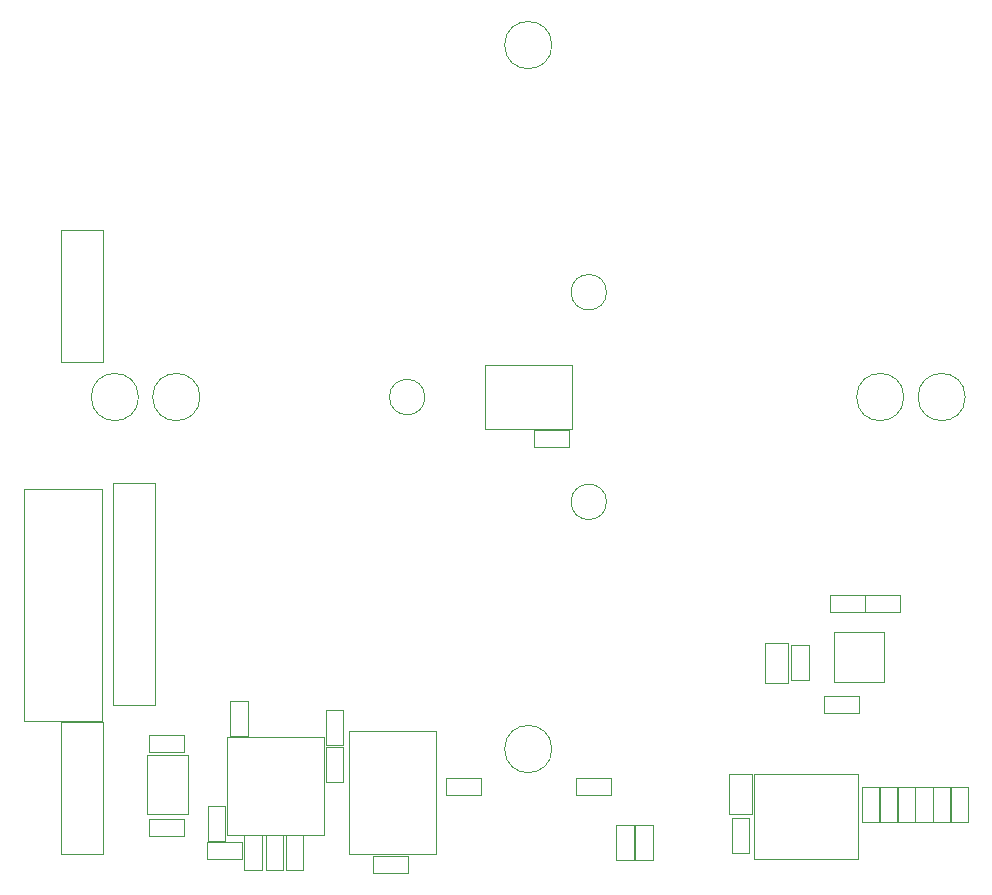
<source format=gbr>
%TF.GenerationSoftware,KiCad,Pcbnew,(6.0.5)*%
%TF.CreationDate,2023-11-29T10:13:34+07:00*%
%TF.ProjectId,view_base,76696577-5f62-4617-9365-2e6b69636164,rev?*%
%TF.SameCoordinates,Original*%
%TF.FileFunction,Other,User*%
%FSLAX46Y46*%
G04 Gerber Fmt 4.6, Leading zero omitted, Abs format (unit mm)*
G04 Created by KiCad (PCBNEW (6.0.5)) date 2023-11-29 10:13:34*
%MOMM*%
%LPD*%
G01*
G04 APERTURE LIST*
%ADD10C,0.050000*%
G04 APERTURE END LIST*
D10*
%TO.C,H3*%
X106625400Y-91122500D02*
G75*
G03*
X106625400Y-91122500I-1500000J0D01*
G01*
%TO.C,H1*%
X106625400Y-108877500D02*
G75*
G03*
X106625400Y-108877500I-1500000J0D01*
G01*
%TO.C,H2*%
X91249100Y-100000000D02*
G75*
G03*
X91249100Y-100000000I-1500000J0D01*
G01*
%TO.C,H4*%
X102000000Y-129800000D02*
G75*
G03*
X102000000Y-129800000I-2000000J0D01*
G01*
%TO.C,H5*%
X72200000Y-100000000D02*
G75*
G03*
X72200000Y-100000000I-2000000J0D01*
G01*
%TO.C,H6*%
X102000000Y-70200000D02*
G75*
G03*
X102000000Y-70200000I-2000000J0D01*
G01*
%TO.C,H7*%
X131800000Y-100000000D02*
G75*
G03*
X131800000Y-100000000I-2000000J0D01*
G01*
%TO.C,R1*%
X95980000Y-133730000D02*
X93020000Y-133730000D01*
X93020000Y-133730000D02*
X93020000Y-132270000D01*
X95980000Y-132270000D02*
X95980000Y-133730000D01*
X93020000Y-132270000D02*
X95980000Y-132270000D01*
%TO.C,R2*%
X106980000Y-133730000D02*
X104020000Y-133730000D01*
X106980000Y-132270000D02*
X106980000Y-133730000D01*
X104020000Y-133730000D02*
X104020000Y-132270000D01*
X104020000Y-132270000D02*
X106980000Y-132270000D01*
%TO.C,U2*%
X74460000Y-137040000D02*
X74460000Y-128810000D01*
X82690000Y-128810000D02*
X74460000Y-128810000D01*
X82690000Y-137040000D02*
X74460000Y-137040000D01*
X82690000Y-137040000D02*
X82690000Y-128810000D01*
%TO.C,C11*%
X89780000Y-138870000D02*
X89780000Y-140330000D01*
X89780000Y-140330000D02*
X86820000Y-140330000D01*
X86820000Y-138870000D02*
X89780000Y-138870000D01*
X86820000Y-140330000D02*
X86820000Y-138870000D01*
%TO.C,C13*%
X120020000Y-124200000D02*
X120020000Y-120800000D01*
X121980000Y-124200000D02*
X120020000Y-124200000D01*
X121980000Y-120800000D02*
X121980000Y-124200000D01*
X120020000Y-120800000D02*
X121980000Y-120800000D01*
%TO.C,C14*%
X122270000Y-121020000D02*
X123730000Y-121020000D01*
X123730000Y-123980000D02*
X122270000Y-123980000D01*
X122270000Y-123980000D02*
X122270000Y-121020000D01*
X123730000Y-121020000D02*
X123730000Y-123980000D01*
%TO.C,C15*%
X125020000Y-125270000D02*
X127980000Y-125270000D01*
X127980000Y-125270000D02*
X127980000Y-126730000D01*
X125020000Y-126730000D02*
X125020000Y-125270000D01*
X127980000Y-126730000D02*
X125020000Y-126730000D01*
%TO.C,C17*%
X128520000Y-116770000D02*
X131480000Y-116770000D01*
X131480000Y-118230000D02*
X128520000Y-118230000D01*
X131480000Y-116770000D02*
X131480000Y-118230000D01*
X128520000Y-118230000D02*
X128520000Y-116770000D01*
%TO.C,U6*%
X119100000Y-131900000D02*
X119100000Y-139100000D01*
X127900000Y-139100000D02*
X127900000Y-131900000D01*
X119100000Y-139100000D02*
X127900000Y-139100000D01*
X127900000Y-131900000D02*
X119100000Y-131900000D01*
%TO.C,U3*%
X92200000Y-138700000D02*
X92200000Y-128300000D01*
X84800000Y-128300000D02*
X84800000Y-138700000D01*
X92200000Y-128300000D02*
X84800000Y-128300000D01*
X84800000Y-138700000D02*
X92200000Y-138700000D01*
%TO.C,U5*%
X130120000Y-119880000D02*
X125880000Y-119880000D01*
X125880000Y-119880000D02*
X125880000Y-124120000D01*
X130120000Y-124120000D02*
X130120000Y-119880000D01*
X125880000Y-124120000D02*
X130120000Y-124120000D01*
%TO.C,C21*%
X128480000Y-116770000D02*
X128480000Y-118230000D01*
X128480000Y-118230000D02*
X125520000Y-118230000D01*
X125520000Y-118230000D02*
X125520000Y-116770000D01*
X125520000Y-116770000D02*
X128480000Y-116770000D01*
%TO.C,U1*%
X103700000Y-102700000D02*
X103700000Y-97300000D01*
X96300000Y-102700000D02*
X103700000Y-102700000D01*
X103700000Y-97300000D02*
X96300000Y-97300000D01*
X96300000Y-97300000D02*
X96300000Y-102700000D01*
%TO.C,C20*%
X100520000Y-102770000D02*
X103480000Y-102770000D01*
X100520000Y-104230000D02*
X100520000Y-102770000D01*
X103480000Y-104230000D02*
X100520000Y-104230000D01*
X103480000Y-102770000D02*
X103480000Y-104230000D01*
%TO.C,R7*%
X128270000Y-135980000D02*
X128270000Y-133020000D01*
X129730000Y-135980000D02*
X128270000Y-135980000D01*
X128270000Y-133020000D02*
X129730000Y-133020000D01*
X129730000Y-133020000D02*
X129730000Y-135980000D01*
%TO.C,R8*%
X131230000Y-133020000D02*
X131230000Y-135980000D01*
X129770000Y-133020000D02*
X131230000Y-133020000D01*
X129770000Y-135980000D02*
X129770000Y-133020000D01*
X131230000Y-135980000D02*
X129770000Y-135980000D01*
%TO.C,R12*%
X135770000Y-135980000D02*
X135770000Y-133020000D01*
X137230000Y-135980000D02*
X135770000Y-135980000D01*
X137230000Y-133020000D02*
X137230000Y-135980000D01*
X135770000Y-133020000D02*
X137230000Y-133020000D01*
%TO.C,R9*%
X131270000Y-133020000D02*
X132730000Y-133020000D01*
X132730000Y-133020000D02*
X132730000Y-135980000D01*
X132730000Y-135980000D02*
X131270000Y-135980000D01*
X131270000Y-135980000D02*
X131270000Y-133020000D01*
%TO.C,R10*%
X132770000Y-133020000D02*
X134230000Y-133020000D01*
X132770000Y-135980000D02*
X132770000Y-133020000D01*
X134230000Y-133020000D02*
X134230000Y-135980000D01*
X134230000Y-135980000D02*
X132770000Y-135980000D01*
%TO.C,R11*%
X135730000Y-133020000D02*
X135730000Y-135980000D01*
X135730000Y-135980000D02*
X134270000Y-135980000D01*
X134270000Y-135980000D02*
X134270000Y-133020000D01*
X134270000Y-133020000D02*
X135730000Y-133020000D01*
%TO.C,C10*%
X118980000Y-135300000D02*
X117020000Y-135300000D01*
X117020000Y-135300000D02*
X117020000Y-131900000D01*
X117020000Y-131900000D02*
X118980000Y-131900000D01*
X118980000Y-131900000D02*
X118980000Y-135300000D01*
%TO.C,C9*%
X117270000Y-135620000D02*
X118730000Y-135620000D01*
X118730000Y-135620000D02*
X118730000Y-138580000D01*
X117270000Y-138580000D02*
X117270000Y-135620000D01*
X118730000Y-138580000D02*
X117270000Y-138580000D01*
%TO.C,H8*%
X137000000Y-100000000D02*
G75*
G03*
X137000000Y-100000000I-2000000J0D01*
G01*
%TO.C,H9*%
X67000000Y-100000000D02*
G75*
G03*
X67000000Y-100000000I-2000000J0D01*
G01*
%TO.C,R3*%
X67917500Y-135695000D02*
X70877500Y-135695000D01*
X70877500Y-137155000D02*
X67917500Y-137155000D01*
X67917500Y-137155000D02*
X67917500Y-135695000D01*
X70877500Y-135695000D02*
X70877500Y-137155000D01*
%TO.C,J6*%
X68400000Y-107240000D02*
X64800000Y-107240000D01*
X64800000Y-126090000D02*
X68400000Y-126090000D01*
X68400000Y-126090000D02*
X68400000Y-107240000D01*
X64800000Y-107240000D02*
X64800000Y-126090000D01*
%TO.C,C1*%
X72870000Y-137580000D02*
X72870000Y-134620000D01*
X74330000Y-134620000D02*
X74330000Y-137580000D01*
X72870000Y-134620000D02*
X74330000Y-134620000D01*
X74330000Y-137580000D02*
X72870000Y-137580000D01*
%TO.C,C4*%
X75780000Y-139130000D02*
X72820000Y-139130000D01*
X72820000Y-139130000D02*
X72820000Y-137670000D01*
X75780000Y-137670000D02*
X75780000Y-139130000D01*
X72820000Y-137670000D02*
X75780000Y-137670000D01*
%TO.C,C2*%
X76230000Y-125720000D02*
X76230000Y-128680000D01*
X76230000Y-128680000D02*
X74770000Y-128680000D01*
X74770000Y-125720000D02*
X76230000Y-125720000D01*
X74770000Y-128680000D02*
X74770000Y-125720000D01*
%TO.C,J5*%
X60400000Y-138700000D02*
X64000000Y-138700000D01*
X64000000Y-127500000D02*
X60400000Y-127500000D01*
X60400000Y-127500000D02*
X60400000Y-138700000D01*
X64000000Y-138700000D02*
X64000000Y-127500000D01*
%TO.C,C12*%
X79230000Y-140080000D02*
X77770000Y-140080000D01*
X77770000Y-140080000D02*
X77770000Y-137120000D01*
X79230000Y-137120000D02*
X79230000Y-140080000D01*
X77770000Y-137120000D02*
X79230000Y-137120000D01*
%TO.C,C5*%
X109070000Y-136195000D02*
X110530000Y-136195000D01*
X110530000Y-136195000D02*
X110530000Y-139155000D01*
X109070000Y-139155000D02*
X109070000Y-136195000D01*
X110530000Y-139155000D02*
X109070000Y-139155000D01*
%TO.C,R4*%
X67917500Y-128595000D02*
X70877500Y-128595000D01*
X70877500Y-130055000D02*
X67917500Y-130055000D01*
X70877500Y-128595000D02*
X70877500Y-130055000D01*
X67917500Y-130055000D02*
X67917500Y-128595000D01*
%TO.C,C16*%
X84330000Y-129620000D02*
X84330000Y-132580000D01*
X84330000Y-132580000D02*
X82870000Y-132580000D01*
X82870000Y-132580000D02*
X82870000Y-129620000D01*
X82870000Y-129620000D02*
X84330000Y-129620000D01*
%TO.C,C8*%
X77430000Y-137120000D02*
X77430000Y-140080000D01*
X77430000Y-140080000D02*
X75970000Y-140080000D01*
X75970000Y-140080000D02*
X75970000Y-137120000D01*
X75970000Y-137120000D02*
X77430000Y-137120000D01*
%TO.C,C3*%
X108930000Y-139155000D02*
X107470000Y-139155000D01*
X107470000Y-139155000D02*
X107470000Y-136195000D01*
X107470000Y-136195000D02*
X108930000Y-136195000D01*
X108930000Y-136195000D02*
X108930000Y-139155000D01*
%TO.C,C7*%
X84330000Y-126520000D02*
X84330000Y-129480000D01*
X82870000Y-129480000D02*
X82870000Y-126520000D01*
X84330000Y-129480000D02*
X82870000Y-129480000D01*
X82870000Y-126520000D02*
X84330000Y-126520000D01*
%TO.C,U4*%
X67685000Y-135325000D02*
X67685000Y-130325000D01*
X67685000Y-130325000D02*
X71185000Y-130325000D01*
X71185000Y-130325000D02*
X71185000Y-135325000D01*
X71185000Y-135325000D02*
X67685000Y-135325000D01*
%TO.C,J7*%
X63900000Y-107800000D02*
X57300000Y-107800000D01*
X63900000Y-127400000D02*
X63900000Y-107800000D01*
X57300000Y-107800000D02*
X57300000Y-127400000D01*
X57300000Y-127400000D02*
X63900000Y-127400000D01*
%TO.C,J3*%
X64000000Y-97020000D02*
X64000000Y-85820000D01*
X60400000Y-85820000D02*
X60400000Y-97020000D01*
X64000000Y-85820000D02*
X60400000Y-85820000D01*
X60400000Y-97020000D02*
X64000000Y-97020000D01*
%TO.C,C6*%
X80930000Y-140080000D02*
X79470000Y-140080000D01*
X79470000Y-137120000D02*
X80930000Y-137120000D01*
X80930000Y-137120000D02*
X80930000Y-140080000D01*
X79470000Y-140080000D02*
X79470000Y-137120000D01*
%TD*%
M02*

</source>
